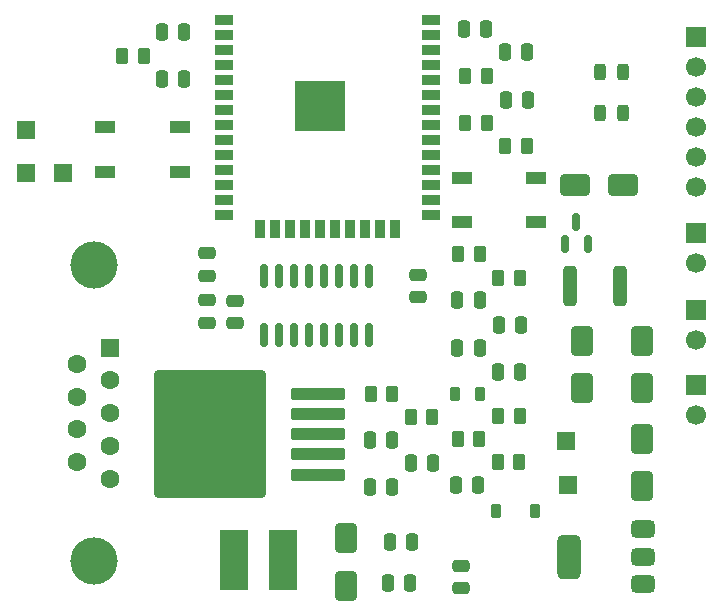
<source format=gbr>
%TF.GenerationSoftware,KiCad,Pcbnew,9.0.2*%
%TF.CreationDate,2025-08-22T10:47:20-03:00*%
%TF.ProjectId,Projeto SIllion,50726f6a-6574-46f2-9053-496c6c696f6e,rev?*%
%TF.SameCoordinates,Original*%
%TF.FileFunction,Soldermask,Top*%
%TF.FilePolarity,Negative*%
%FSLAX46Y46*%
G04 Gerber Fmt 4.6, Leading zero omitted, Abs format (unit mm)*
G04 Created by KiCad (PCBNEW 9.0.2) date 2025-08-22 10:47:20*
%MOMM*%
%LPD*%
G01*
G04 APERTURE LIST*
G04 Aperture macros list*
%AMRoundRect*
0 Rectangle with rounded corners*
0 $1 Rounding radius*
0 $2 $3 $4 $5 $6 $7 $8 $9 X,Y pos of 4 corners*
0 Add a 4 corners polygon primitive as box body*
4,1,4,$2,$3,$4,$5,$6,$7,$8,$9,$2,$3,0*
0 Add four circle primitives for the rounded corners*
1,1,$1+$1,$2,$3*
1,1,$1+$1,$4,$5*
1,1,$1+$1,$6,$7*
1,1,$1+$1,$8,$9*
0 Add four rect primitives between the rounded corners*
20,1,$1+$1,$2,$3,$4,$5,0*
20,1,$1+$1,$4,$5,$6,$7,0*
20,1,$1+$1,$6,$7,$8,$9,0*
20,1,$1+$1,$8,$9,$2,$3,0*%
G04 Aperture macros list end*
%ADD10RoundRect,0.250000X-0.250000X-0.475000X0.250000X-0.475000X0.250000X0.475000X-0.250000X0.475000X0*%
%ADD11R,1.700000X1.700000*%
%ADD12C,1.700000*%
%ADD13RoundRect,0.250000X2.050000X0.300000X-2.050000X0.300000X-2.050000X-0.300000X2.050000X-0.300000X0*%
%ADD14RoundRect,0.250002X4.449998X5.149998X-4.449998X5.149998X-4.449998X-5.149998X4.449998X-5.149998X0*%
%ADD15RoundRect,0.250000X0.262500X0.450000X-0.262500X0.450000X-0.262500X-0.450000X0.262500X-0.450000X0*%
%ADD16R,1.700000X1.000000*%
%ADD17RoundRect,0.375000X0.625000X0.375000X-0.625000X0.375000X-0.625000X-0.375000X0.625000X-0.375000X0*%
%ADD18RoundRect,0.500000X0.500000X1.400000X-0.500000X1.400000X-0.500000X-1.400000X0.500000X-1.400000X0*%
%ADD19RoundRect,0.250000X-0.262500X-0.450000X0.262500X-0.450000X0.262500X0.450000X-0.262500X0.450000X0*%
%ADD20RoundRect,0.250000X0.650000X-1.000000X0.650000X1.000000X-0.650000X1.000000X-0.650000X-1.000000X0*%
%ADD21RoundRect,0.150000X0.150000X-0.587500X0.150000X0.587500X-0.150000X0.587500X-0.150000X-0.587500X0*%
%ADD22RoundRect,0.250000X0.250000X0.475000X-0.250000X0.475000X-0.250000X-0.475000X0.250000X-0.475000X0*%
%ADD23R,1.500000X0.900000*%
%ADD24R,0.900000X1.500000*%
%ADD25C,0.600000*%
%ADD26R,4.200000X4.200000*%
%ADD27R,2.350000X5.100000*%
%ADD28R,1.500000X1.500000*%
%ADD29RoundRect,0.218750X0.218750X0.381250X-0.218750X0.381250X-0.218750X-0.381250X0.218750X-0.381250X0*%
%ADD30RoundRect,0.250000X0.475000X-0.250000X0.475000X0.250000X-0.475000X0.250000X-0.475000X-0.250000X0*%
%ADD31RoundRect,0.243750X0.243750X0.456250X-0.243750X0.456250X-0.243750X-0.456250X0.243750X-0.456250X0*%
%ADD32RoundRect,0.250000X-1.000000X-0.650000X1.000000X-0.650000X1.000000X0.650000X-1.000000X0.650000X0*%
%ADD33C,4.000000*%
%ADD34R,1.600000X1.600000*%
%ADD35C,1.600000*%
%ADD36RoundRect,0.250000X-0.475000X0.250000X-0.475000X-0.250000X0.475000X-0.250000X0.475000X0.250000X0*%
%ADD37RoundRect,0.225000X-0.225000X-0.375000X0.225000X-0.375000X0.225000X0.375000X-0.225000X0.375000X0*%
%ADD38RoundRect,0.250000X0.312500X1.450000X-0.312500X1.450000X-0.312500X-1.450000X0.312500X-1.450000X0*%
%ADD39RoundRect,0.150000X-0.150000X0.825000X-0.150000X-0.825000X0.150000X-0.825000X0.150000X0.825000X0*%
G04 APERTURE END LIST*
D10*
%TO.C,C7*%
X137700000Y-97750000D03*
X139600000Y-97750000D03*
%TD*%
D11*
%TO.C,J6*%
X154450000Y-69380000D03*
D12*
X154450000Y-71920000D03*
X154450000Y-74460000D03*
X154450000Y-77000000D03*
X154450000Y-79540000D03*
X154450000Y-82080000D03*
%TD*%
D10*
%TO.C,C25*%
X128550000Y-112200000D03*
X130450000Y-112200000D03*
%TD*%
%TO.C,C11*%
X126850000Y-107500000D03*
X128750000Y-107500000D03*
%TD*%
D13*
%TO.C,U5*%
X122500000Y-106450000D03*
X122500000Y-104750000D03*
X122500000Y-103050000D03*
D14*
X113350000Y-103050000D03*
D13*
X122500000Y-101350000D03*
X122500000Y-99650000D03*
%TD*%
D15*
%TO.C,R10*%
X139562500Y-101500000D03*
X137737500Y-101500000D03*
%TD*%
D16*
%TO.C,SW2*%
X104450000Y-77050000D03*
X110750000Y-77050000D03*
X104450000Y-80850000D03*
X110750000Y-80850000D03*
%TD*%
D17*
%TO.C,U7*%
X150000000Y-115700000D03*
X150000000Y-113400000D03*
D18*
X143700000Y-113400000D03*
D17*
X150000000Y-111100000D03*
%TD*%
D19*
%TO.C,R27*%
X105875000Y-71000000D03*
X107700000Y-71000000D03*
%TD*%
%TO.C,R14*%
X137725000Y-89800000D03*
X139550000Y-89800000D03*
%TD*%
D20*
%TO.C,D1*%
X149900000Y-99150000D03*
X149900000Y-95150000D03*
%TD*%
D15*
%TO.C,R9*%
X132150000Y-101550000D03*
X130325000Y-101550000D03*
%TD*%
D21*
%TO.C,Q3*%
X143400000Y-86925000D03*
X145300000Y-86925000D03*
X144350000Y-85050000D03*
%TD*%
D22*
%TO.C,C36*%
X111150000Y-73000000D03*
X109250000Y-73000000D03*
%TD*%
D23*
%TO.C,U8*%
X114540000Y-67940000D03*
X114540000Y-69210000D03*
X114540000Y-70480000D03*
X114540000Y-71750000D03*
X114540000Y-73020000D03*
X114540000Y-74290000D03*
X114540000Y-75560000D03*
X114540000Y-76830000D03*
X114540000Y-78100000D03*
X114540000Y-79370000D03*
X114540000Y-80640000D03*
X114540000Y-81910000D03*
X114540000Y-83180000D03*
X114540000Y-84450000D03*
D24*
X117580000Y-85700000D03*
X118850000Y-85700000D03*
X120120000Y-85700000D03*
X121390000Y-85700000D03*
X122660000Y-85700000D03*
X123930000Y-85700000D03*
X125200000Y-85700000D03*
X126470000Y-85700000D03*
X127740000Y-85700000D03*
X129010000Y-85700000D03*
D23*
X132040000Y-84450000D03*
X132040000Y-83180000D03*
X132040000Y-81910000D03*
X132040000Y-80640000D03*
X132040000Y-79370000D03*
X132040000Y-78100000D03*
X132040000Y-76830000D03*
X132040000Y-75560000D03*
X132040000Y-74290000D03*
X132040000Y-73020000D03*
X132040000Y-71750000D03*
X132040000Y-70480000D03*
X132040000Y-69210000D03*
X132040000Y-67940000D03*
D25*
X121085000Y-74517500D03*
X121085000Y-76042500D03*
X121847500Y-73755000D03*
X121847500Y-75280000D03*
X121847500Y-76805000D03*
X122610000Y-74517500D03*
D26*
X122610000Y-75280000D03*
D25*
X122610000Y-76042500D03*
X123372500Y-73755000D03*
X123372500Y-75280000D03*
X123372500Y-76805000D03*
X124135000Y-74517500D03*
X124135000Y-76042500D03*
%TD*%
D10*
%TO.C,C6*%
X134250000Y-95750000D03*
X136150000Y-95750000D03*
%TD*%
%TO.C,C12*%
X134150000Y-107350000D03*
X136050000Y-107350000D03*
%TD*%
D27*
%TO.C,L1*%
X119500000Y-113700000D03*
X115350000Y-113700000D03*
%TD*%
D28*
%TO.C,TP3*%
X100900000Y-80950000D03*
%TD*%
D20*
%TO.C,D9*%
X149900000Y-107450000D03*
X149900000Y-103450000D03*
%TD*%
D15*
%TO.C,R8*%
X128750000Y-99650000D03*
X126925000Y-99650000D03*
%TD*%
D10*
%TO.C,C26*%
X128375000Y-115650000D03*
X130275000Y-115650000D03*
%TD*%
D20*
%TO.C,D2*%
X144800000Y-99100000D03*
X144800000Y-95100000D03*
%TD*%
D28*
%TO.C,TP5*%
X97750000Y-77250000D03*
%TD*%
D29*
%TO.C,FB1*%
X136200000Y-99650000D03*
X134075000Y-99650000D03*
%TD*%
D10*
%TO.C,C33*%
X134800000Y-68700000D03*
X136700000Y-68700000D03*
%TD*%
D28*
%TO.C,TP4*%
X97750000Y-80950000D03*
%TD*%
D30*
%TO.C,C31*%
X113050000Y-93600000D03*
X113050000Y-91700000D03*
%TD*%
D10*
%TO.C,C8*%
X126850000Y-103500000D03*
X128750000Y-103500000D03*
%TD*%
D31*
%TO.C,D11*%
X148250000Y-75850000D03*
X146375000Y-75850000D03*
%TD*%
D10*
%TO.C,C5*%
X137750000Y-93750000D03*
X139650000Y-93750000D03*
%TD*%
D15*
%TO.C,R29*%
X136762500Y-76700000D03*
X134937500Y-76700000D03*
%TD*%
D10*
%TO.C,C28*%
X109250000Y-69000000D03*
X111150000Y-69000000D03*
%TD*%
D22*
%TO.C,C35*%
X140250000Y-74700000D03*
X138350000Y-74700000D03*
%TD*%
D32*
%TO.C,D10*%
X144250000Y-81950000D03*
X148250000Y-81950000D03*
%TD*%
D33*
%TO.C,J4*%
X103470000Y-88745000D03*
X103470000Y-113745000D03*
D34*
X104890000Y-95705000D03*
D35*
X104890000Y-98475000D03*
X104890000Y-101245000D03*
X104890000Y-104015000D03*
X104890000Y-106785000D03*
X102050000Y-97090000D03*
X102050000Y-99860000D03*
X102050000Y-102630000D03*
X102050000Y-105400000D03*
%TD*%
D36*
%TO.C,C29*%
X130950000Y-89550000D03*
X130950000Y-91450000D03*
%TD*%
D10*
%TO.C,C13*%
X134250000Y-91700000D03*
X136150000Y-91700000D03*
%TD*%
D37*
%TO.C,D8*%
X137550000Y-109550000D03*
X140850000Y-109550000D03*
%TD*%
D10*
%TO.C,C10*%
X130300000Y-105500000D03*
X132200000Y-105500000D03*
%TD*%
D16*
%TO.C,SW1*%
X134650000Y-81300000D03*
X140950000Y-81300000D03*
X134650000Y-85100000D03*
X140950000Y-85100000D03*
%TD*%
D31*
%TO.C,D12*%
X148250000Y-72400000D03*
X146375000Y-72400000D03*
%TD*%
D15*
%TO.C,R26*%
X136150000Y-87800000D03*
X134325000Y-87800000D03*
%TD*%
D11*
%TO.C,J1*%
X154450000Y-92520000D03*
D12*
X154450000Y-95060000D03*
%TD*%
D19*
%TO.C,R30*%
X138325000Y-78650000D03*
X140150000Y-78650000D03*
%TD*%
%TO.C,R28*%
X134937500Y-72700000D03*
X136762500Y-72700000D03*
%TD*%
D10*
%TO.C,C34*%
X138300000Y-70700000D03*
X140200000Y-70700000D03*
%TD*%
D28*
%TO.C,TP2*%
X143500000Y-103600000D03*
%TD*%
D20*
%TO.C,D7*%
X124825000Y-115850000D03*
X124825000Y-111850000D03*
%TD*%
D19*
%TO.C,R13*%
X137687500Y-105400000D03*
X139512500Y-105400000D03*
%TD*%
%TO.C,R11*%
X134287500Y-103400000D03*
X136112500Y-103400000D03*
%TD*%
D30*
%TO.C,C30*%
X113050000Y-89600000D03*
X113050000Y-87700000D03*
%TD*%
D11*
%TO.C,J5*%
X154450000Y-85970000D03*
D12*
X154450000Y-88510000D03*
%TD*%
D28*
%TO.C,TP1*%
X143600000Y-107300000D03*
%TD*%
D36*
%TO.C,C17*%
X134550000Y-114150000D03*
X134550000Y-116050000D03*
%TD*%
D30*
%TO.C,C32*%
X115400000Y-93650000D03*
X115400000Y-91750000D03*
%TD*%
D38*
%TO.C,F1*%
X148037500Y-90500000D03*
X143762500Y-90500000D03*
%TD*%
D39*
%TO.C,U6*%
X126760000Y-89675000D03*
X125490000Y-89675000D03*
X124220000Y-89675000D03*
X122950000Y-89675000D03*
X121680000Y-89675000D03*
X120410000Y-89675000D03*
X119140000Y-89675000D03*
X117870000Y-89675000D03*
X117870000Y-94625000D03*
X119140000Y-94625000D03*
X120410000Y-94625000D03*
X121680000Y-94625000D03*
X122950000Y-94625000D03*
X124220000Y-94625000D03*
X125490000Y-94625000D03*
X126760000Y-94625000D03*
%TD*%
D11*
%TO.C,J3*%
X154500000Y-98870000D03*
D12*
X154500000Y-101410000D03*
%TD*%
M02*

</source>
